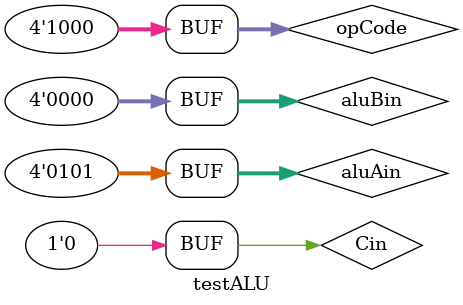
<source format=v>
`timescale 1ns/1ps
module testALU();
	reg [3:0] aluAin, aluBin, opCode;
	reg Cin; 
	
	wire [3:0] aluOut;
	wire Cout, OF;

	ALU alu1(aluAin, aluBin, opCode, Cin, aluOut, Cout, OF);
	
	//OPCODE REFERENCE
	//0001 Add w/ Cin
	//0010 Add no Cin
	//0011 Sub B from A
	//0100 Bitwise AND A, B
	//0101 Bitwise NOR A, B
	//0110 Bitwise XNOR A, B
	//0111 Bitwise NOT ~A
	//1000 Logical Shift Right A
	
	initial begin
			aluAin = 4'b0011; aluBin = 4'b0011; Cin = 1'b0; opCode = 4'b0010; #10; 
			aluAin = 4'b0110; aluBin = 4'b0101; Cin = 1'b1; opCode = 4'b0001; #10;
			aluAin = 4'b0111; aluBin = 4'b0110; Cin = 1'b0; opCode = 4'b0011; #10;
			aluAin = 4'b0111; aluBin = 4'b1010; Cin = 1'b0; opCode = 4'b0100; #10;
			aluAin = 4'b0111; aluBin = 4'b0011; Cin = 1'b0; opCode = 4'b0101; #10;
			aluAin = 4'b0101; aluBin = 4'b1110; Cin = 1'b0; opCode = 4'b0110; #10;
			aluAin = 4'b1011; aluBin = 4'b0000; Cin = 1'b0; opCode = 4'b0111; #10;
			aluAin = 4'b0101; aluBin = 4'b0000; Cin = 1'b0; opCode = 4'b1000; #10;
	end
endmodule 
</source>
